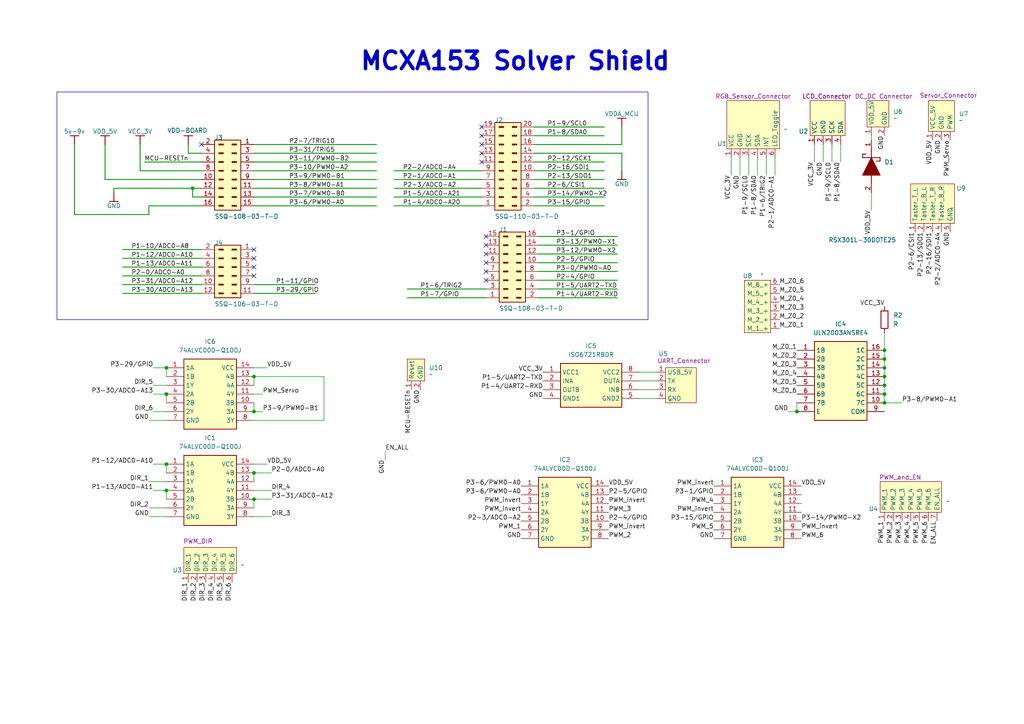
<source format=kicad_sch>
(kicad_sch (version 20231120) (generator "eeschema") (generator_version "8.0")
  (paper "A4")
  (lib_symbols
    (symbol "Device:R" (pin_numbers hide) (pin_names (offset 0))
      (property "Reference" "R" (at 2.032 0 90))
      (property "Value" "R" (at 0 0 90))
      (symbol "R_0_1"
        (rectangle (start -1.016 -2.54) (end 1.016 2.54) (stroke (width 0.254)))
      )
      (symbol "R_1_1"
        (pin passive line (at 0 3.81 270) (length 1.27) (name "~") (number "1"))
        (pin passive line (at 0 -3.81 90) (length 1.27) (name "~") (number "2"))
      )
    )
    (symbol "FRDM-MCXA153__Shield_Template-altium-import:5v-9v" (power)
      (property "Reference" "#PWR" (at 0 0 0))
      (property "Value" "5v-9v" (at 0 3.81 0))
      (symbol "5v-9v_0_0"
        (polyline (pts (xy -1.27 -2.54) (xy 1.27 -2.54)) (stroke (width 0.254)))
        (polyline (pts (xy 0 0) (xy 0 -2.54)) (stroke (width 0.254)))
        (pin power_in line (at 0 0 0) (length 0) hide (name "5v-9v") (number ""))
      )
    )
    (symbol "FRDM-MCXA153__Shield_Template-altium-import:GND" (power)
      (property "Reference" "#PWR" (at 0 0 0))
      (property "Value" "GND" (at 0 3.81 0))
      (symbol "GND_0_0"
        (polyline (pts (xy -1.27 -2.54) (xy 1.27 -2.54)) (stroke (width 0.254)))
        (polyline (pts (xy 0 0) (xy 0 -2.54)) (stroke (width 0.254)))
        (pin power_in line (at 0 0 0) (length 0) hide (name "GND") (number ""))
      )
    )
    (symbol "FRDM-MCXA153__Shield_Template-altium-import:LDO-3V3" (power)
      (property "Reference" "#PWR" (at 0 0 0))
      (property "Value" "LDO-3V3" (at 0 3.81 0))
      (symbol "LDO-3V3_0_0"
        (polyline (pts (xy -1.27 -2.54) (xy 1.27 -2.54)) (stroke (width 0.254)))
        (polyline (pts (xy 0 0) (xy 0 -2.54)) (stroke (width 0.254)))
        (pin power_in line (at 0 0 0) (length 0) hide (name "LDO-3V3") (number ""))
      )
    )
    (symbol "FRDM-MCXA153__Shield_Template-altium-import:SYS-5V" (power)
      (property "Reference" "#PWR" (at 0 0 0))
      (property "Value" "SYS-5V" (at 0 3.81 0))
      (symbol "SYS-5V_0_0"
        (polyline (pts (xy -1.27 -2.54) (xy 1.27 -2.54)) (stroke (width 0.254)))
        (polyline (pts (xy 0 0) (xy 0 -2.54)) (stroke (width 0.254)))
        (pin power_in line (at 0 0 0) (length 0) hide (name "SYS-5V") (number ""))
      )
    )
    (symbol "FRDM-MCXA153__Shield_Template-altium-import:VDD-BOARD" (power)
      (property "Reference" "#PWR" (at 0 0 0))
      (property "Value" "VDD-BOARD" (at 0 3.81 0))
      (symbol "VDD-BOARD_0_0"
        (polyline (pts (xy -1.27 -2.54) (xy 1.27 -2.54)) (stroke (width 0.254)))
        (polyline (pts (xy 0 0) (xy 0 -2.54)) (stroke (width 0.254)))
        (pin power_in line (at 0 0 0) (length 0) hide (name "VDD-BOARD") (number ""))
      )
    )
    (symbol "FRDM-MCXA153__Shield_Template-altium-import:VDDA_MCU" (power)
      (property "Reference" "#PWR" (at 0 0 0))
      (property "Value" "VDDA_MCU" (at 0 3.81 0))
      (symbol "VDDA_MCU_0_0"
        (polyline (pts (xy -1.27 -2.54) (xy 1.27 -2.54)) (stroke (width 0.254)))
        (polyline (pts (xy 0 0) (xy 0 -2.54)) (stroke (width 0.254)))
        (pin power_in line (at 0 0 0) (length 0) hide (name "VDDA_MCU") (number ""))
      )
    )
    (symbol "FRDM-MCXA153__Shield_Template-altium-import:root_0_mirrored_SSQ-106-03-T-D"
      (symbol "root_0_mirrored_SSQ-106-03-T-D_1_0"
        (rectangle (start -1.27 -7.493) (end -2.54 -7.747) (stroke (width 0.254)))
        (rectangle (start -1.27 -4.953) (end -2.54 -5.207) (stroke (width 0.254)))
        (rectangle (start -1.27 -2.413) (end -2.54 -2.667) (stroke (width 0.254)))
        (rectangle (start -1.27 0.127) (end -2.54 -0.127) (stroke (width 0.254)))
        (rectangle (start -1.27 2.667) (end -2.54 2.413) (stroke (width 0.254)))
        (rectangle (start -1.27 5.207) (end -2.54 4.953) (stroke (width 0.254)))
        (rectangle (start 2.54 -7.493) (end 1.27 -7.747) (stroke (width 0.254)))
        (rectangle (start 2.54 -4.953) (end 1.27 -5.207) (stroke (width 0.254)))
        (rectangle (start 2.54 -2.413) (end 1.27 -2.667) (stroke (width 0.254)))
        (rectangle (start 2.54 0.127) (end 1.27 -0.127) (stroke (width 0.254)))
        (rectangle (start 2.54 2.667) (end 1.27 2.413) (stroke (width 0.254)))
        (rectangle (start 2.54 5.207) (end 1.27 4.953) (stroke (width 0.254)))
        (rectangle (start 3.81 6.35) (end -3.81 -8.89) (stroke (width 0.254)) (fill (type background)))
        (pin passive line (at 7.62 5.08 180) (length 3.81) (name "Pin_1") (number "1"))
        (pin passive line (at -7.62 -5.08 0) (length 3.81) (name "Pin_10") (number "10"))
        (pin passive line (at 7.62 -7.62 180) (length 3.81) (name "Pin_11") (number "11"))
        (pin passive line (at -7.62 -7.62 0) (length 3.81) (name "Pin_12") (number "12"))
        (pin passive line (at -7.62 5.08 0) (length 3.81) (name "Pin_2") (number "2"))
        (pin passive line (at 7.62 2.54 180) (length 3.81) (name "Pin_3") (number "3"))
        (pin passive line (at -7.62 2.54 0) (length 3.81) (name "Pin_4") (number "4"))
        (pin passive line (at 7.62 0 180) (length 3.81) (name "Pin_5") (number "5"))
        (pin passive line (at -7.62 0 0) (length 3.81) (name "Pin_6") (number "6"))
        (pin passive line (at 7.62 -2.54 180) (length 3.81) (name "Pin_7") (number "7"))
        (pin passive line (at -7.62 -2.54 0) (length 3.81) (name "Pin_8") (number "8"))
        (pin passive line (at 7.62 -5.08 180) (length 3.81) (name "Pin_9") (number "9"))
      )
    )
    (symbol "FRDM-MCXA153__Shield_Template-altium-import:root_0_mirrored_SSQ-108-03-T-D"
      (symbol "root_0_mirrored_SSQ-108-03-T-D_1_0"
        (rectangle (start -1.27 -10.033) (end -2.54 -10.287) (stroke (width 0.254)))
        (rectangle (start -1.27 -7.493) (end -2.54 -7.747) (stroke (width 0.254)))
        (rectangle (start -1.27 -4.953) (end -2.54 -5.207) (stroke (width 0.254)))
        (rectangle (start -1.27 -2.413) (end -2.54 -2.667) (stroke (width 0.254)))
        (rectangle (start -1.27 0.127) (end -2.54 -0.127) (stroke (width 0.254)))
        (rectangle (start -1.27 2.667) (end -2.54 2.413) (stroke (width 0.254)))
        (rectangle (start -1.27 5.207) (end -2.54 4.953) (stroke (width 0.254)))
        (rectangle (start -1.27 7.747) (end -2.54 7.493) (stroke (width 0.254)))
        (rectangle (start 2.54 -10.033) (end 1.27 -10.287) (stroke (width 0.254)))
        (rectangle (start 2.54 -7.493) (end 1.27 -7.747) (stroke (width 0.254)))
        (rectangle (start 2.54 -4.953) (end 1.27 -5.207) (stroke (width 0.254)))
        (rectangle (start 2.54 -2.413) (end 1.27 -2.667) (stroke (width 0.254)))
        (rectangle (start 2.54 0.127) (end 1.27 -0.127) (stroke (width 0.254)))
        (rectangle (start 2.54 2.667) (end 1.27 2.413) (stroke (width 0.254)))
        (rectangle (start 2.54 5.207) (end 1.27 4.953) (stroke (width 0.254)))
        (rectangle (start 2.54 7.747) (end 1.27 7.493) (stroke (width 0.254)))
        (rectangle (start 3.81 8.89) (end -3.81 -11.43) (stroke (width 0.254)) (fill (type background)))
        (pin passive line (at 7.62 7.62 180) (length 3.81) (name "Pin_1") (number "1"))
        (pin passive line (at -7.62 -2.54 0) (length 3.81) (name "Pin_10") (number "10"))
        (pin passive line (at 7.62 -5.08 180) (length 3.81) (name "Pin_11") (number "11"))
        (pin passive line (at -7.62 -5.08 0) (length 3.81) (name "Pin_12") (number "12"))
        (pin passive line (at 7.62 -7.62 180) (length 3.81) (name "Pin_13") (number "13"))
        (pin passive line (at -7.62 -7.62 0) (length 3.81) (name "Pin_14") (number "14"))
        (pin passive line (at 7.62 -10.16 180) (length 3.81) (name "Pin_15") (number "15"))
        (pin passive line (at -7.62 -10.16 0) (length 3.81) (name "Pin_16") (number "16"))
        (pin passive line (at -7.62 7.62 0) (length 3.81) (name "Pin_2") (number "2"))
        (pin passive line (at 7.62 5.08 180) (length 3.81) (name "Pin_3") (number "3"))
        (pin passive line (at -7.62 5.08 0) (length 3.81) (name "Pin_4") (number "4"))
        (pin passive line (at 7.62 2.54 180) (length 3.81) (name "Pin_5") (number "5"))
        (pin passive line (at -7.62 2.54 0) (length 3.81) (name "Pin_6") (number "6"))
        (pin passive line (at 7.62 0 180) (length 3.81) (name "Pin_7") (number "7"))
        (pin passive line (at -7.62 0 0) (length 3.81) (name "Pin_8") (number "8"))
        (pin passive line (at 7.62 -2.54 180) (length 3.81) (name "Pin_9") (number "9"))
      )
    )
    (symbol "FRDM-MCXA153__Shield_Template-altium-import:root_2_mirrored_SSQ-108-03-T-D"
      (symbol "root_2_mirrored_SSQ-108-03-T-D_1_0"
        (rectangle (start -1.27 -7.493) (end -2.54 -7.747) (stroke (width 0.254)))
        (rectangle (start -1.27 -4.953) (end -2.54 -5.207) (stroke (width 0.254)))
        (rectangle (start -1.27 -2.413) (end -2.54 -2.667) (stroke (width 0.254)))
        (rectangle (start -1.27 0.127) (end -2.54 -0.127) (stroke (width 0.254)))
        (rectangle (start -1.27 2.667) (end -2.54 2.413) (stroke (width 0.254)))
        (rectangle (start -1.27 5.207) (end -2.54 4.953) (stroke (width 0.254)))
        (rectangle (start -1.27 7.747) (end -2.54 7.493) (stroke (width 0.254)))
        (rectangle (start -1.27 10.287) (end -2.54 10.033) (stroke (width 0.254)))
        (rectangle (start 2.54 -7.493) (end 1.27 -7.747) (stroke (width 0.254)))
        (rectangle (start 2.54 -4.953) (end 1.27 -5.207) (stroke (width 0.254)))
        (rectangle (start 2.54 -2.413) (end 1.27 -2.667) (stroke (width 0.254)))
        (rectangle (start 2.54 0.127) (end 1.27 -0.127) (stroke (width 0.254)))
        (rectangle (start 2.54 2.667) (end 1.27 2.413) (stroke (width 0.254)))
        (rectangle (start 2.54 5.207) (end 1.27 4.953) (stroke (width 0.254)))
        (rectangle (start 2.54 7.747) (end 1.27 7.493) (stroke (width 0.254)))
        (rectangle (start 2.54 10.287) (end 1.27 10.033) (stroke (width 0.254)))
        (rectangle (start 3.81 11.43) (end -3.81 -8.89) (stroke (width 0.254)) (fill (type background)))
        (pin passive line (at -7.62 -7.62 0) (length 3.81) (name "Pin_1") (number "1"))
        (pin passive line (at 7.62 2.54 180) (length 3.81) (name "Pin_10") (number "10"))
        (pin passive line (at -7.62 5.08 0) (length 3.81) (name "Pin_11") (number "11"))
        (pin passive line (at 7.62 5.08 180) (length 3.81) (name "Pin_12") (number "12"))
        (pin passive line (at -7.62 7.62 0) (length 3.81) (name "Pin_13") (number "13"))
        (pin passive line (at 7.62 7.62 180) (length 3.81) (name "Pin_14") (number "14"))
        (pin passive line (at -7.62 10.16 0) (length 3.81) (name "Pin_15") (number "15"))
        (pin passive line (at 7.62 10.16 180) (length 3.81) (name "Pin_16") (number "16"))
        (pin passive line (at 7.62 -7.62 180) (length 3.81) (name "Pin_2") (number "2"))
        (pin passive line (at -7.62 -5.08 0) (length 3.81) (name "Pin_3") (number "3"))
        (pin passive line (at 7.62 -5.08 180) (length 3.81) (name "Pin_4") (number "4"))
        (pin passive line (at -7.62 -2.54 0) (length 3.81) (name "Pin_5") (number "5"))
        (pin passive line (at 7.62 -2.54 180) (length 3.81) (name "Pin_6") (number "6"))
        (pin passive line (at -7.62 0 0) (length 3.81) (name "Pin_7") (number "7"))
        (pin passive line (at 7.62 0 180) (length 3.81) (name "Pin_8") (number "8"))
        (pin passive line (at -7.62 2.54 0) (length 3.81) (name "Pin_9") (number "9"))
      )
    )
    (symbol "FRDM-MCXA153__Shield_Template-altium-import:root_2_mirrored_SSQ-110-03-T-D"
      (symbol "root_2_mirrored_SSQ-110-03-T-D_1_0"
        (rectangle (start -1.27 -10.033) (end -2.54 -10.287) (stroke (width 0.254)))
        (rectangle (start -1.27 -7.493) (end -2.54 -7.747) (stroke (width 0.254)))
        (rectangle (start -1.27 -4.953) (end -2.54 -5.207) (stroke (width 0.254)))
        (rectangle (start -1.27 -2.413) (end -2.54 -2.667) (stroke (width 0.254)))
        (rectangle (start -1.27 0.127) (end -2.54 -0.127) (stroke (width 0.254)))
        (rectangle (start -1.27 2.667) (end -2.54 2.413) (stroke (width 0.254)))
        (rectangle (start -1.27 5.207) (end -2.54 4.953) (stroke (width 0.254)))
        (rectangle (start -1.27 7.747) (end -2.54 7.493) (stroke (width 0.254)))
        (rectangle (start -1.27 10.287) (end -2.54 10.033) (stroke (width 0.254)))
        (rectangle (start -1.27 12.827) (end -2.54 12.573) (stroke (width 0.254)))
        (rectangle (start 2.54 -10.033) (end 1.27 -10.287) (stroke (width 0.254)))
        (rectangle (start 2.54 -7.493) (end 1.27 -7.747) (stroke (width 0.254)))
        (rectangle (start 2.54 -4.953) (end 1.27 -5.207) (stroke (width 0.254)))
        (rectangle (start 2.54 -2.413) (end 1.27 -2.667) (stroke (width 0.254)))
        (rectangle (start 2.54 0.127) (end 1.27 -0.127) (stroke (width 0.254)))
        (rectangle (start 2.54 2.667) (end 1.27 2.413) (stroke (width 0.254)))
        (rectangle (start 2.54 5.207) (end 1.27 4.953) (stroke (width 0.254)))
        (rectangle (start 2.54 7.747) (end 1.27 7.493) (stroke (width 0.254)))
        (rectangle (start 2.54 10.287) (end 1.27 10.033) (stroke (width 0.254)))
        (rectangle (start 2.54 12.827) (end 1.27 12.573) (stroke (width 0.254)))
        (rectangle (start 3.81 13.97) (end -3.81 -11.43) (stroke (width 0.254)) (fill (type background)))
        (pin passive line (at -7.62 -10.16 0) (length 3.81) (name "Pin_1") (number "1"))
        (pin passive line (at 7.62 0 180) (length 3.81) (name "Pin_10") (number "10"))
        (pin passive line (at -7.62 2.54 0) (length 3.81) (name "Pin_11") (number "11"))
        (pin passive line (at 7.62 2.54 180) (length 3.81) (name "Pin_12") (number "12"))
        (pin passive line (at -7.62 5.08 0) (length 3.81) (name "Pin_13") (number "13"))
        (pin passive line (at 7.62 5.08 180) (length 3.81) (name "Pin_14") (number "14"))
        (pin passive line (at -7.62 7.62 0) (length 3.81) (name "Pin_15") (number "15"))
        (pin passive line (at 7.62 7.62 180) (length 3.81) (name "Pin_16") (number "16"))
        (pin passive line (at -7.62 10.16 0) (length 3.81) (name "Pin_17") (number "17"))
        (pin passive line (at 7.62 10.16 180) (length 3.81) (name "Pin_18") (number "18"))
        (pin passive line (at -7.62 12.7 0) (length 3.81) (name "Pin_19") (number "19"))
        (pin passive line (at 7.62 -10.16 180) (length 3.81) (name "Pin_2") (number "2"))
        (pin passive line (at 7.62 12.7 180) (length 3.81) (name "Pin_20") (number "20"))
        (pin passive line (at -7.62 -7.62 0) (length 3.81) (name "Pin_3") (number "3"))
        (pin passive line (at 7.62 -7.62 180) (length 3.81) (name "Pin_4") (number "4"))
        (pin passive line (at -7.62 -5.08 0) (length 3.81) (name "Pin_5") (number "5"))
        (pin passive line (at 7.62 -5.08 180) (length 3.81) (name "Pin_6") (number "6"))
        (pin passive line (at -7.62 -2.54 0) (length 3.81) (name "Pin_7") (number "7"))
        (pin passive line (at 7.62 -2.54 180) (length 3.81) (name "Pin_8") (number "8"))
        (pin passive line (at -7.62 0 0) (length 3.81) (name "Pin_9") (number "9"))
      )
    )
    (symbol "Solver_Symbol_Lib:74ALVC00D-Q100J"
      (property "Reference" "IC" (at 21.59 7.62 0))
      (property "Value" "74ALVC00D-Q100J" (at 21.59 5.08 0))
      (symbol "74ALVC00D-Q100J_1_1"
        (rectangle (start 5.08 2.54) (end 20.32 -17.78) (stroke (width 0.254)) (fill (type background)))
        (pin passive line (at 0 0 0) (length 5.08) (name "1A") (number "1"))
        (pin passive line (at 25.4 -10.16 180) (length 5.08) (name "3B") (number "10"))
        (pin passive line (at 25.4 -7.62 180) (length 5.08) (name "4Y") (number "11"))
        (pin passive line (at 25.4 -5.08 180) (length 5.08) (name "4A") (number "12"))
        (pin passive line (at 25.4 -2.54 180) (length 5.08) (name "4B") (number "13"))
        (pin passive line (at 25.4 0 180) (length 5.08) (name "VCC") (number "14"))
        (pin passive line (at 0 -2.54 0) (length 5.08) (name "1B") (number "2"))
        (pin passive line (at 0 -5.08 0) (length 5.08) (name "1Y") (number "3"))
        (pin passive line (at 0 -7.62 0) (length 5.08) (name "2A") (number "4"))
        (pin passive line (at 0 -10.16 0) (length 5.08) (name "2B") (number "5"))
        (pin passive line (at 0 -12.7 0) (length 5.08) (name "2Y") (number "6"))
        (pin passive line (at 0 -15.24 0) (length 5.08) (name "GND") (number "7"))
        (pin passive line (at 25.4 -15.24 180) (length 5.08) (name "3Y") (number "8"))
        (pin passive line (at 25.4 -12.7 180) (length 5.08) (name "3A") (number "9"))
      )
    )
    (symbol "Solver_Symbol_Lib:ISO6721RBDR"
      (property "Reference" "IC" (at 24.13 7.62 0))
      (property "Value" "ISO6721RBDR" (at 24.13 5.08 0))
      (symbol "ISO6721RBDR_1_1"
        (rectangle (start 5.08 2.54) (end 22.86 -10.16) (stroke (width 0.254)) (fill (type background)))
        (pin passive line (at 0 0 0) (length 5.08) (name "VCC1") (number "1"))
        (pin passive line (at 0 -2.54 0) (length 5.08) (name "INA") (number "2"))
        (pin passive line (at 0 -5.08 0) (length 5.08) (name "OUTB") (number "3"))
        (pin passive line (at 0 -7.62 0) (length 5.08) (name "GND1") (number "4"))
        (pin passive line (at 27.94 -7.62 180) (length 5.08) (name "GND2") (number "5"))
        (pin passive line (at 27.94 -5.08 180) (length 5.08) (name "INB") (number "6"))
        (pin passive line (at 27.94 -2.54 180) (length 5.08) (name "OUTA") (number "7"))
        (pin passive line (at 27.94 0 180) (length 5.08) (name "VCC2") (number "8"))
      )
    )
    (symbol "Solver_Symbol_Lib:LCD_Connector"
      (property "Reference" "U" (at 0.762 11.43 0))
      (property "Description" "LCD_Connector" (at 0 0 0))
      (symbol "LCD_Connector_1_1"
        (rectangle (start 0 10.16) (end 10.16 0) (fill (type background)))
        (pin input line (at 1.27 -2.54 90) (length 2.54) (name "VCC") (number "1"))
        (pin input line (at 3.81 -2.54 90) (length 2.54) (name "GND") (number "2"))
        (pin input line (at 6.35 -2.54 90) (length 2.54) (name "SCK") (number "3"))
        (pin input line (at 8.89 -2.54 90) (length 2.54) (name "SDA") (number "4"))
      )
    )
    (symbol "Solver_Symbol_Lib:PWM_Connector"
      (property "Reference" "U" (at -3.81 3.048 0))
      (symbol "PWM_Connector_1_1"
        (rectangle (start 0 8.89) (end 17.78 0) (fill (type background)))
        (pin input line (at 1.27 -2.54 90) (length 2.54) (name "PWM_1") (number "1"))
        (pin input line (at 3.81 -2.54 90) (length 2.54) (name "PWM_2") (number "2"))
        (pin input line (at 6.35 -2.54 90) (length 2.54) (name "PWM_3") (number "3"))
        (pin input line (at 8.89 -2.54 90) (length 2.54) (name "PWM_4") (number "4"))
        (pin input line (at 11.43 -2.54 90) (length 2.54) (name "PWM_5") (number "5"))
        (pin input line (at 13.97 -2.54 90) (length 2.54) (name "PWM_6") (number "6"))
        (pin input line (at 16.51 -2.54 90) (length 2.54) (name "EN_ALL") (number "7"))
      )
    )
    (symbol "Solver_Symbol_Lib:PWM_DIR"
      (property "Reference" "U" (at -0.762 6.858 0))
      (symbol "PWM_DIR_1_1"
        (rectangle (start 0 7.62) (end 15.24 0) (fill (type background)))
        (pin input line (at 1.27 -2.54 90) (length 2.54) (name "DIR_1") (number "1"))
        (pin input line (at 3.81 -2.54 90) (length 2.54) (name "DIR_2") (number "2"))
        (pin input line (at 6.35 -2.54 90) (length 2.54) (name "DIR_3") (number "3"))
        (pin input line (at 8.89 -2.54 90) (length 2.54) (name "DIR_4") (number "4"))
        (pin input line (at 11.43 -2.54 90) (length 2.54) (name "DIR_5") (number "5"))
        (pin input line (at 13.97 -2.54 90) (length 2.54) (name "DIR_6") (number "6"))
      )
    )
    (symbol "Solver_Symbol_Lib:Peset_Connector"
      (property "Reference" "U" (at -2.54 2.794 0))
      (symbol "Peset_Connector_1_1"
        (rectangle (start 0 6.35) (end 5.08 0) (fill (type background)))
        (pin input line (at 1.27 -2.54 90) (length 2.54) (name "Reset") (number "1"))
        (pin input line (at 3.81 -2.54 90) (length 2.54) (name "GND") (number "2"))
      )
    )
    (symbol "Solver_Symbol_Lib:RGB_Sensor_Connector"
      (property "Reference" "U" (at 0.762 15.24 0))
      (property "Description" "RGB_Sensor_Connector" (at 0 0 0))
      (symbol "RGB_Sensor_Connector_1_1"
        (rectangle (start 0 13.97) (end 15.24 0) (fill (type background)))
        (pin input line (at 1.27 -2.54 90) (length 2.54) (name "VCC") (number "1"))
        (pin input line (at 3.81 -2.54 90) (length 2.54) (name "GND") (number "2"))
        (pin input line (at 6.35 -2.54 90) (length 2.54) (name "SCK") (number "3"))
        (pin input line (at 8.89 -2.54 90) (length 2.54) (name "SDA") (number "4"))
        (pin input line (at 11.43 -2.54 90) (length 2.54) (name "INT") (number "5"))
        (pin input line (at 13.97 -2.54 90) (length 2.54) (name "LED_Toggle") (number "6"))
      )
    )
    (symbol "Solver_Symbol_Lib:RSX301L-30DDTE25" (pin_names hide)
      (property "Reference" "D" (at 12.7 8.89 0))
      (property "Value" "RSX301L-30DDTE25" (at 12.7 6.35 0))
      (symbol "RSX301L-30DDTE25_1_1"
        (polyline (pts (xy 5.08 0) (xy 7.62 0)) (stroke (width 0.254)))
        (polyline (pts (xy 6.604 -1.524) (xy 6.604 -2.54)) (stroke (width 0.254)))
        (polyline (pts (xy 7.62 -2.54) (xy 6.604 -2.54)) (stroke (width 0.254)))
        (polyline (pts (xy 7.62 2.54) (xy 7.62 -2.54)) (stroke (width 0.254)))
        (polyline (pts (xy 7.62 2.54) (xy 8.636 2.54)) (stroke (width 0.254)))
        (polyline (pts (xy 8.636 1.524) (xy 8.636 2.54)) (stroke (width 0.254)))
        (polyline (pts (xy 12.7 0) (xy 15.24 0)) (stroke (width 0.254)))
        (polyline (pts (xy 7.62 0) (xy 12.7 2.54) (xy 12.7 -2.54) (xy 7.62 0)) (stroke (width 0.254)) (fill (type outline)))
        (pin passive line (at 2.54 0 0) (length 2.54) (name "K") (number "1"))
        (pin passive line (at 17.78 0 180) (length 2.54) (name "A") (number "2"))
      )
    )
    (symbol "Solver_Symbol_Lib:Servo_Connector"
      (property "Reference" "U" (at -1.778 1.524 0))
      (symbol "Servo_Connector_1_1"
        (rectangle (start 0 8.89) (end 7.62 0) (fill (type background)))
        (pin input line (at 1.27 -2.54 90) (length 2.54) (name "VCC_5V") (number "1"))
        (pin input line (at 3.81 -2.54 90) (length 2.54) (name "GND") (number "2"))
        (pin input line (at 6.35 -2.54 90) (length 2.54) (name "PWM") (number "3"))
      )
    )
    (symbol "Solver_Symbol_Lib:Taster_Connector"
      (property "Reference" "U" (at -2.794 3.048 0))
      (symbol "Taster_Connector_1_1"
        (rectangle (start 0 11.43) (end 12.7 0) (fill (type background)))
        (pin input line (at 1.27 -2.54 90) (length 2.54) (name "Taster_T_L") (number "1"))
        (pin input line (at 3.81 -2.54 90) (length 2.54) (name "Taster_B_L") (number "2"))
        (pin input line (at 6.35 -2.54 90) (length 2.54) (name "Taster_T_R") (number "3"))
        (pin input line (at 8.89 -2.54 90) (length 2.54) (name "Taster_B_R") (number "4"))
        (pin input line (at 11.43 -2.54 90) (length 2.54) (name "GND") (number "5"))
      )
    )
    (symbol "Solver_Symbol_Lib:UART_Connector"
      (property "Reference" "U" (at -2.286 1.016 0))
      (symbol "UART_Connector_1_1"
        (rectangle (start 0 8.89) (end 10.16 0) (fill (type background)))
        (pin input line (at 1.27 -2.54 90) (length 2.54) (name "USB_5V") (number "1"))
        (pin input line (at 3.81 -2.54 90) (length 2.54) (name "TX") (number "2"))
        (pin input line (at 6.35 -2.54 90) (length 2.54) (name "RX") (number "3"))
        (pin input line (at 8.89 -2.54 90) (length 2.54) (name "GND") (number "4"))
      )
    )
    (symbol "Solver_Symbol_Lib:ULN2003ANSRE4"
      (property "Reference" "IC" (at 21.59 7.62 0))
      (property "Value" "ULN2003ANSRE4" (at 21.59 5.08 0))
      (symbol "ULN2003ANSRE4_1_1"
        (rectangle (start 5.08 2.54) (end 20.32 -20.32) (stroke (width 0.254)) (fill (type background)))
        (pin passive line (at 0 0 0) (length 5.08) (name "1B") (number "1"))
        (pin passive line (at 25.4 -15.24 180) (length 5.08) (name "7C") (number "10"))
        (pin passive line (at 25.4 -12.7 180) (length 5.08) (name "6C") (number "11"))
        (pin passive line (at 25.4 -10.16 180) (length 5.08) (name "5C") (number "12"))
        (pin passive line (at 25.4 -7.62 180) (length 5.08) (name "4C") (number "13"))
        (pin passive line (at 25.4 -5.08 180) (length 5.08) (name "3C") (number "14"))
        (pin passive line (at 25.4 -2.54 180) (length 5.08) (name "2C") (number "15"))
        (pin passive line (at 25.4 0 180) (length 5.08) (name "1C") (number "16"))
        (pin passive line (at 0 -2.54 0) (length 5.08) (name "2B") (number "2"))
        (pin passive line (at 0 -5.08 0) (length 5.08) (name "3B") (number "3"))
        (pin passive line (at 0 -7.62 0) (length 5.08) (name "4B") (number "4"))
        (pin passive line (at 0 -10.16 0) (length 5.08) (name "5B") (number "5"))
        (pin passive line (at 0 -12.7 0) (length 5.08) (name "6B") (number "6"))
        (pin passive line (at 0 -15.24 0) (length 5.08) (name "7B") (number "7"))
        (pin passive line (at 0 -17.78 0) (length 5.08) (name "E") (number "8"))
        (pin passive line (at 25.4 -17.78 180) (length 5.08) (name "COM") (number "9"))
      )
    )
    (symbol "Solver_Symbol_Lib:VDD_5V"
      (property "Reference" "U" (at -1.524 1.016 0))
      (symbol "VDD_5V_1_1"
        (rectangle (start 0 7.62) (end 6.35 0) (fill (type background)))
        (pin input line (at 1.27 -2.54 90) (length 2.54) (name "VDD_5V") (number "1"))
        (pin input line (at 5.08 -2.54 90) (length 2.54) (name "GND") (number "2"))
      )
    )
    (symbol "Solver_Symbol_Lib:Z0_+"
      (property "Reference" "U" (at -2.032 3.048 0))
      (symbol "Z0_+_1_1"
        (rectangle (start 0 7.62) (end 15.24 0) (fill (type background)))
        (pin input line (at 1.27 -2.54 90) (length 2.54) (name "M_1_+") (number "1"))
        (pin input line (at 3.81 -2.54 90) (length 2.54) (name "M_2_+") (number "2"))
        (pin input line (at 6.35 -2.54 90) (length 2.54) (name "M_3_+") (number "3"))
        (pin input line (at 8.89 -2.54 90) (length 2.54) (name "M_4_+") (number "4"))
        (pin input line (at 11.43 -2.54 90) (length 2.54) (name "M_5_+") (number "5"))
        (pin input line (at 13.97 -2.54 90) (length 2.54) (name "M_6_+") (number "6"))
      )
    )
  )
  (junction (at 231.14 119.38))
  (junction (at 48.26 106.68))
  (junction (at 256.54 111.76))
  (junction (at 55.88 54.61))
  (junction (at 73.66 137.16))
  (junction (at 48.26 114.3))
  (junction (at 73.66 144.78))
  (junction (at 48.26 142.24))
  (junction (at 256.54 114.3))
  (junction (at 256.54 104.14))
  (junction (at 256.54 101.6))
  (junction (at 73.66 119.38))
  (junction (at 73.66 109.22))
  (junction (at 256.54 106.68))
  (junction (at 256.54 116.84))
  (junction (at 256.54 109.22))
  (junction (at 48.26 134.62))
  (no_connect (at 140.97 73.66))
  (no_connect (at 140.97 78.74))
  (no_connect (at 140.97 68.58))
  (no_connect (at 139.7 41.91))
  (no_connect (at 139.7 36.83))
  (no_connect (at 73.66 72.39))
  (no_connect (at 73.66 80.01))
  (no_connect (at 140.97 71.12))
  (no_connect (at 139.7 46.99))
  (no_connect (at 139.7 39.37))
  (no_connect (at 140.97 76.2))
  (no_connect (at 73.66 74.93))
  (no_connect (at 58.42 41.91))
  (no_connect (at 140.97 81.28))
  (no_connect (at 73.66 77.47))
  (no_connect (at 139.7 44.45))
  (wire (pts (xy 185.42 110.49) (xy 190.5 110.49)))
  (wire (pts (xy 73.66 149.86) (xy 78.74 149.86)))
  (wire (pts (xy 154.94 49.53) (xy 175.26 49.53)) (stroke (width 0.254)))
  (wire (pts (xy 217.17 45.72) (xy 217.17 50.8)))
  (wire (pts (xy 156.21 81.28) (xy 179.07 81.28)) (stroke (width 0.254)))
  (wire (pts (xy 256.54 109.22) (xy 256.54 111.76)))
  (wire (pts (xy 252.73 40.64) (xy 252.73 39.37)))
  (wire (pts (xy 139.7 59.69) (xy 114.3 59.69)) (stroke (width 0.254)))
  (wire (pts (xy 43.18 121.92) (xy 48.26 121.92)))
  (wire (pts (xy 224.79 45.72) (xy 224.79 50.8)))
  (wire (pts (xy 30.48 52.07) (xy 30.48 41.91)) (stroke (width 0.254)))
  (wire (pts (xy 73.66 41.91) (xy 109.22 41.91)) (stroke (width 0.254)))
  (wire (pts (xy 252.73 55.88) (xy 252.73 60.96)))
  (wire (pts (xy 256.54 101.6) (xy 256.54 104.14)))
  (wire (pts (xy 58.42 85.09) (xy 35.56 85.09)) (stroke (width 0.254)))
  (wire (pts (xy 73.66 82.55) (xy 91.44 82.55)) (stroke (width 0.254)))
  (wire (pts (xy 58.42 52.07) (xy 30.48 52.07)) (stroke (width 0.254)))
  (wire (pts (xy 43.18 59.69) (xy 43.18 62.23)) (stroke (width 0.254)))
  (wire (pts (xy 154.94 46.99) (xy 175.26 46.99)) (stroke (width 0.254)))
  (wire (pts (xy 154.94 44.45) (xy 180.34 44.45)) (stroke (width 0.254)))
  (wire (pts (xy 256.54 111.76) (xy 256.54 114.3)))
  (wire (pts (xy 48.26 106.68) (xy 48.26 109.22)))
  (wire (pts (xy 73.66 52.07) (xy 109.22 52.07)) (stroke (width 0.254)))
  (wire (pts (xy 48.26 142.24) (xy 48.26 144.78)))
  (wire (pts (xy 154.94 36.83) (xy 175.26 36.83)) (stroke (width 0.254)))
  (wire (pts (xy 73.66 142.24) (xy 78.74 142.24)))
  (wire (pts (xy 73.66 137.16) (xy 73.66 139.7)))
  (wire (pts (xy 156.21 73.66) (xy 179.07 73.66)) (stroke (width 0.254)))
  (wire (pts (xy 154.94 52.07) (xy 175.26 52.07)) (stroke (width 0.254)))
  (wire (pts (xy 58.42 74.93) (xy 35.56 74.93)) (stroke (width 0.254)))
  (wire (pts (xy 73.66 109.22) (xy 73.66 111.76)))
  (wire (pts (xy 44.45 134.62) (xy 48.26 134.62)))
  (wire (pts (xy 73.66 144.78) (xy 73.66 147.32)))
  (wire (pts (xy 93.98 121.92) (xy 93.98 109.22)))
  (wire (pts (xy 231.14 116.84) (xy 231.14 119.38)))
  (wire (pts (xy 73.66 134.62) (xy 77.47 134.62)))
  (wire (pts (xy 58.42 57.15) (xy 55.88 57.15)) (stroke (width 0.254)))
  (wire (pts (xy 44.45 111.76) (xy 48.26 111.76)))
  (wire (pts (xy 58.42 44.45) (xy 54.61 44.45)) (stroke (width 0.254)))
  (wire (pts (xy 156.21 83.82) (xy 179.07 83.82)) (stroke (width 0.254)))
  (wire (pts (xy 156.21 78.74) (xy 179.07 78.74)) (stroke (width 0.254)))
  (wire (pts (xy 185.42 115.57) (xy 190.5 115.57)))
  (wire (pts (xy 214.63 45.72) (xy 214.63 50.8)))
  (polyline (pts (xy 261.62 274.32) (xy 375.92 274.32)) (stroke (width 0.254) (type solid) (color 0 0 0 1)))
  (wire (pts (xy 54.61 44.45) (xy 54.61 41.91)) (stroke (width 0.254)))
  (wire (pts (xy 44.45 106.68) (xy 48.26 106.68)))
  (wire (pts (xy 73.66 44.45) (xy 109.22 44.45)) (stroke (width 0.254)))
  (wire (pts (xy 55.88 54.61) (xy 58.42 54.61)) (stroke (width 0.254)))
  (wire (pts (xy 43.18 62.23) (xy 21.59 62.23)) (stroke (width 0.254)))
  (wire (pts (xy 73.66 59.69) (xy 109.22 59.69)) (stroke (width 0.254)))
  (wire (pts (xy 73.66 137.16) (xy 78.74 137.16)))
  (wire (pts (xy 58.42 80.01) (xy 35.56 80.01)) (stroke (width 0.254)))
  (wire (pts (xy 58.42 59.69) (xy 43.18 59.69)) (stroke (width 0.254)))
  (wire (pts (xy 73.66 49.53) (xy 109.22 49.53)) (stroke (width 0.254)))
  (wire (pts (xy 154.94 41.91) (xy 180.34 41.91)) (stroke (width 0.254)))
  (wire (pts (xy 256.54 96.52) (xy 256.54 101.6)))
  (wire (pts (xy 236.22 41.91) (xy 236.22 46.99)))
  (wire (pts (xy 241.3 41.91) (xy 241.3 46.99)))
  (wire (pts (xy 43.18 149.86) (xy 48.26 149.86)))
  (wire (pts (xy 73.66 119.38) (xy 76.2 119.38)))
  (wire (pts (xy 156.21 71.12) (xy 179.07 71.12)) (stroke (width 0.254)))
  (wire (pts (xy 156.21 76.2) (xy 179.07 76.2)) (stroke (width 0.254)))
  (wire (pts (xy 73.66 121.92) (xy 93.98 121.92)))
  (wire (pts (xy 73.66 114.3) (xy 76.2 114.3)))
  (wire (pts (xy 238.76 41.91) (xy 238.76 46.99)))
  (wire (pts (xy 139.7 52.07) (xy 114.3 52.07)) (stroke (width 0.254)))
  (wire (pts (xy 154.94 54.61) (xy 175.26 54.61)) (stroke (width 0.254)))
  (wire (pts (xy 156.21 68.58) (xy 179.07 68.58)) (stroke (width 0.254)))
  (wire (pts (xy 139.7 49.53) (xy 114.3 49.53)) (stroke (width 0.254)))
  (wire (pts (xy 33.02 55.88) (xy 33.02 54.61)) (stroke (width 0.254)))
  (wire (pts (xy 139.7 54.61) (xy 114.3 54.61)) (stroke (width 0.254)))
  (wire (pts (xy 140.97 86.36) (xy 118.11 86.36)) (stroke (width 0.254)))
  (wire (pts (xy 256.54 104.14) (xy 256.54 106.68)))
  (wire (pts (xy 243.84 41.91) (xy 243.84 46.99)))
  (wire (pts (xy 222.25 45.72) (xy 222.25 50.8)))
  (wire (pts (xy 73.66 144.78) (xy 78.74 144.78)))
  (wire (pts (xy 185.42 107.95) (xy 190.5 107.95)))
  (wire (pts (xy 228.6 119.38) (xy 231.14 119.38)))
  (wire (pts (xy 40.64 49.53) (xy 40.64 41.91)) (stroke (width 0.254)))
  (wire (pts (xy 256.54 106.68) (xy 256.54 109.22)))
  (wire (pts (xy 58.42 72.39) (xy 35.56 72.39)) (stroke (width 0.254)))
  (wire (pts (xy 256.54 114.3) (xy 256.54 116.84)))
  (wire (pts (xy 48.26 114.3) (xy 48.26 116.84)))
  (wire (pts (xy 73.66 57.15) (xy 109.22 57.15)) (stroke (width 0.254)))
  (wire (pts (xy 212.09 45.72) (xy 212.09 50.8)))
  (wire (pts (xy 73.66 85.09) (xy 91.44 85.09)) (stroke (width 0.254)))
  (wire (pts (xy 44.45 142.24) (xy 48.26 142.24)))
  (wire (pts (xy 180.34 44.45) (xy 180.34 49.53)) (stroke (width 0.254)))
  (wire (pts (xy 180.34 41.91) (xy 180.34 36.83)) (stroke (width 0.254)))
  (wire (pts (xy 43.18 139.7) (xy 48.26 139.7)))
  (wire (pts (xy 185.42 113.03) (xy 190.5 113.03)))
  (wire (pts (xy 55.88 57.15) (xy 55.88 54.61)) (stroke (width 0.254)))
  (wire (pts (xy 58.42 49.53) (xy 40.64 49.53)) (stroke (width 0.254)))
  (wire (pts (xy 58.42 77.47) (xy 35.56 77.47)) (stroke (width 0.254)))
  (wire (pts (xy 154.94 57.15) (xy 175.26 57.15)) (stroke (width 0.254)))
  (wire (pts (xy 48.26 134.62) (xy 48.26 137.16)))
  (wire (pts (xy 154.94 39.37) (xy 175.26 39.37)) (stroke (width 0.254)))
  (wire (pts (xy 73.66 106.68) (xy 77.47 106.68)))
  (wire (pts (xy 156.21 86.36) (xy 179.07 86.36)) (stroke (width 0.254)))
  (wire (pts (xy 73.66 46.99) (xy 109.22 46.99)) (stroke (width 0.254)))
  (wire (pts (xy 21.59 62.23) (xy 21.59 41.91)) (stroke (width 0.254)))
  (wire (pts (xy 33.02 54.61) (xy 55.88 54.61)) (stroke (width 0.254)))
  (wire (pts (xy 219.71 45.72) (xy 219.71 50.8)))
  (wire (pts (xy 44.45 119.38) (xy 48.26 119.38)))
  (wire (pts (xy 44.45 114.3) (xy 48.26 114.3)))
  (wire (pts (xy 139.7 57.15) (xy 114.3 57.15)) (stroke (width 0.254)))
  (wire (pts (xy 73.66 54.61) (xy 109.22 54.61)) (stroke (width 0.254)))
  (wire (pts (xy 93.98 109.22) (xy 73.66 109.22)))
  (wire (pts (xy 43.18 147.32) (xy 48.26 147.32)))
  (wire (pts (xy 154.94 59.69) (xy 175.26 59.69)) (stroke (width 0.254)))
  (wire (pts (xy 41.91 46.99) (xy 58.42 46.99)) (stroke (width 0.254)))
  (wire (pts (xy 140.97 83.82) (xy 118.11 83.82)) (stroke (width 0.254)))
  (wire (pts (xy 111.76 130.81) (xy 111.76 133.35)))
  (wire (pts (xy 73.66 116.84) (xy 73.66 119.38)))
  (wire (pts (xy 256.54 116.84) (xy 261.62 116.84)))
  (wire (pts (xy 58.42 82.55) (xy 35.56 82.55)) (stroke (width 0.254)))
  (rectangle (start 16.51 26.67) (end 187.96 92.71))
  (text "MCXA153 Solver Shield" (at 104.14 20.828 0) (effects (font (size 5.08 5.08) (bold yes)) (justify left bottom)))
  (label "P2-6/CSI1" (at 265.43 67.31 270))
  (label "P2-7/TRIG10" (at 83.82 41.91 0))
  (label "GND" (at 238.76 46.99 270))
  (label "P2-3/ADC0-A2" (at 116.84 54.61 0))
  (label "GND" (at 151.13 156.21 180))
  (label "P3-29/GPIO" (at 80.01 85.09 0))
  (label "P2-0/ADC0-A0" (at 38.1 80.01 0))
  (label "P2-1/ADC0-A1" (at 116.84 52.07 0))
  (label "GND" (at 214.63 50.8 270))
  (label "P1-4/UART2-RXD" (at 161.29 86.36 0))
  (label "P3-30/ADC0-A13" (at 44.45 114.3 180))
  (label "P3-0/PWM0-A0" (at 161.29 78.74 0))
  (label "PWM_6" (at 232.41 156.21 0))
  (label "M_Z0_4" (at 231.14 109.22 180))
  (label "M_Z0_3" (at 226.06 90.17 0))
  (label "P2-3/ADC0-A2" (at 151.13 151.13 180))
  (label "M_Z0_6" (at 231.14 114.3 180))
  (label "P2-2/ADC0-A4" (at 116.84 49.53 0))
  (label "GND" (at 275.59 67.31 270))
  (label "EN_ALL" (at 111.76 130.81 0))
  (label "P2-13/SDO1" (at 158.75 52.07 0))
  (label "M_Z0_1" (at 231.14 101.6 180))
  (label "P1-10/ADC0-A8" (at 38.1 72.39 0))
  (label "DIR_3" (at 59.69 168.91 270))
  (label "GND" (at 121.92 113.03 270))
  (label "PWM_2" (at 259.08 151.13 270))
  (label "DIR_6" (at 67.31 168.91 270))
  (label "M_Z0_2" (at 226.06 92.71 0))
  (label "P1-8/SDA0" (at 219.71 50.8 270))
  (label "P1-5/UART2-TXD" (at 161.29 83.82 0))
  (label "VCC_3V" (at 236.22 46.99 270))
  (label "P3-30/ADC0-A13" (at 38.1 85.09 0))
  (label "P3-31/ADC0-A12" (at 38.1 82.55 0))
  (label "P3-1/GPIO" (at 161.29 68.58 0))
  (label "P3-9/PWM0-B1" (at 83.82 52.07 0))
  (label "MCU-RESETn" (at 119.38 113.03 270))
  (label "P3-31/ADC0-A12" (at 78.74 144.78 0))
  (label "VDD_5V" (at 232.41 140.97 0))
  (label "DIR_4" (at 78.74 142.24 0))
  (label "PWM_Servo" (at 76.2 114.3 0))
  (label "P2-1/ADC0-A1" (at 224.79 50.8 270))
  (label "P3-13/PWM0-X1" (at 161.29 71.12 0))
  (label "P3-15/GPIO" (at 207.01 151.13 180))
  (label "PWM_invert" (at 207.01 148.59 180))
  (label "GND" (at 256.54 39.37 270))
  (label "PWM_4" (at 264.16 151.13 270))
  (label "P2-16/SDI1" (at 158.75 49.53 0))
  (label "P1-9/SCL0" (at 241.3 46.99 270))
  (label "PWM_invert" (at 151.13 146.05 180))
  (label "P1-6/TRIG2" (at 121.92 83.82 0))
  (label "VDD_5V" (at 270.51 40.64 270))
  (label "DIR_6" (at 44.45 119.38 180))
  (label "P1-12/ADC0-A10" (at 38.1 74.93 0))
  (label "P1-13/ADC0-A11" (at 44.45 142.24 180))
  (label "P2-2/ADC0-A4" (at 273.05 67.31 270))
  (label "P2-4/GPIO" (at 176.53 151.13 0))
  (label "PWM_5" (at 207.01 153.67 180))
  (label "M_Z0_5" (at 226.06 85.09 0))
  (label "M_Z0_4" (at 226.06 87.63 0))
  (label "GND" (at 228.6 119.38 180))
  (label "DIR_4" (at 62.23 168.91 270))
  (label "VCC_3V" (at 256.54 88.9 180))
  (label "P3-10/PWM0-A2" (at 83.82 49.53 0))
  (label "P1-9/SCL0" (at 158.75 36.83 0))
  (label "PWM_invert" (at 207.01 140.97 180))
  (label "P3-6/PWM0-A0" (at 83.82 59.69 0))
  (label "GND" (at 43.18 149.86 180))
  (label "P2-5/GPIO" (at 176.53 143.51 0))
  (label "PWM_invert" (at 176.53 146.05 0))
  (label "PWM_Servo" (at 275.59 40.64 270))
  (label "VCC_3V" (at 157.48 107.95 180))
  (label "DIR_3" (at 78.74 149.86 0))
  (label "GND" (at 157.48 115.57 180))
  (label "GND" (at 207.01 156.21 180))
  (label "P2-13/SDO1" (at 267.97 67.31 270))
  (label "P1-4/UART2-RXD" (at 157.48 113.03 180))
  (label "DIR_1" (at 54.61 168.91 270))
  (label "MCU-RESETn" (at 41.91 46.99 0))
  (label "P2-5/GPIO" (at 161.29 76.2 0))
  (label "P1-8/SDA0" (at 158.75 39.37 0))
  (label "PWM_1" (at 151.13 153.67 180))
  (label "P2-16/SDI1" (at 270.51 67.31 270))
  (label "DIR_5" (at 44.45 111.76 180))
  (label "VDD_5V" (at 77.47 106.68 0))
  (label "PWM_invert" (at 176.53 153.67 0))
  (label "P1-4/ADC0-A20" (at 116.84 59.69 0))
  (label "P1-9/SCL0" (at 217.17 50.8 270))
  (label "M_Z0_3" (at 231.14 106.68 180))
  (label "P1-6/TRIG2" (at 222.25 50.8 270))
  (label "DIR_2" (at 43.18 147.32 180))
  (label "DIR_5" (at 64.77 168.91 270))
  (label "M_Z0_6" (at 226.06 82.55 0))
  (label "PWM_1" (at 256.54 151.13 270))
  (label "DIR_1" (at 43.18 139.7 180))
  (label "P2-12/SCK1" (at 158.75 46.99 0))
  (label "VDD_5V" (at 176.53 140.97 0))
  (label "DIR_2" (at 57.15 168.91 270))
  (label "P1-12/ADC0-A10" (at 44.45 134.62 180))
  (label "P3-6/PWM0-A0" (at 151.13 143.51 180))
  (label "P3-7/PWM0-B0" (at 83.82 57.15 0))
  (label "M_Z0_5" (at 231.14 111.76 180))
  (label "PWM_4" (at 207.01 146.05 180))
  (label "P3-15/GPIO" (at 158.75 59.69 0))
  (label "P3-6/PWM0-A0" (at 151.13 140.97 180))
  (label "P1-11/GPIO" (at 80.01 82.55 0))
  (label "GND" (at 43.18 121.92 180))
  (label "P2-4/GPIO" (at 161.29 81.28 0))
  (label "VDD_5V" (at 252.73 60.96 270))
  (label "PWM_invert" (at 232.41 153.67 0))
  (label "P1-13/ADC0-A11" (at 38.1 77.47 0))
  (label "GND" (at 111.76 133.35 270))
  (label "PWM_5" (at 266.7 151.13 270))
  (label "P3-14/PWM0-X2" (at 158.75 57.15 0))
  (label "GND" (at 273.05 40.64 270))
  (label "P3-1/GPIO" (at 207.01 143.51 180))
  (label "P1-7/GPIO" (at 121.92 86.36 0))
  (label "EN_ALL" (at 271.78 151.13 270))
  (label "PWM_3" (at 176.53 148.59 0))
  (label "VCC_3V" (at 212.09 50.8 270))
  (label "P1-5/ADC0-A21" (at 116.84 57.15 0))
  (label "P1-8/SDA0" (at 243.84 46.99 270))
  (label "VDD_5V" (at 77.47 134.62 0))
  (label "P2-0/ADC0-A0" (at 78.74 137.16 0))
  (label "P3-8/PWM0-A1" (at 261.62 116.84 0))
  (label "PWM_3" (at 261.62 151.13 270))
  (label "M_Z0_1" (at 226.06 95.25 0))
  (label "P1-5/UART2-TXD" (at 157.48 110.49 180))
  (label "P3-12/PWM0-X2" (at 161.29 73.66 0))
  (label "P3-9/PWM0-B1" (at 76.2 119.38 0))
  (label "PWM_invert" (at 151.13 148.59 180))
  (label "P3-31/TRIG5" (at 83.82 44.45 0))
  (label "PWM_2" (at 176.53 156.21 0))
  (label "P3-11/PWM0-B2" (at 83.82 46.99 0))
  (label "P3-8/PWM0-A1" (at 83.82 54.61 0))
  (label "P3-14/PWM0-X2" (at 232.41 151.13 0))
  (label "P3-29/GPIO" (at 44.45 106.68 180))
  (label "M_Z0_2" (at 231.14 104.14 180))
  (label "PWM_6" (at 269.24 151.13 270))
  (label "P2-6/CSI1" (at 158.75 54.61 0))
  (symbol (lib_id "Solver_Symbol_Lib:Taster_Connector") (at 264.16 64.77 0) (unit 1)
    (property "Reference" "U9" (at 277.368 54.61 0) (effects (justify left)))
    (property "Value" "~" (at 275.59 60.325 0) (effects (justify left)))
    (property "Footprint" "Solver_Footprint_Lib:Taster" (effects (hide yes)))
  )
  (symbol (lib_id "FRDM-MCXA153__Shield_Template-altium-import:SYS-5V") (at 30.48 41.91 180) (unit 1)
    (property "Reference" "#VDD_5V0101" (effects (hide yes)))
    (property "Value" "VDD_5V" (at 30.48 38.1 0))
    (property "Description" "Power symbol creates a global label with name 'SYS-5V'" (effects (hide yes)))
  )
  (symbol (lib_id "Solver_Symbol_Lib:PWM_DIR") (at 53.34 166.37 0) (unit 1)
    (property "Reference" "U3" (at 50.038 165.354 0) (effects (justify left)))
    (property "Value" "~" (at 69.85 163.83 0) (effects (justify left)))
    (property "Footprint" "Solver_Footprint_Lib:PWM_DIR" (effects (hide yes)))
    (property "Description" "PWM_DIR" (at 57.404 156.972 0))
  )
  (symbol (lib_id "Solver_Symbol_Lib:RSX301L-30DDTE25") (at 252.73 38.1 270) (unit 1)
    (property "Reference" "D1" (at 256.54 46.9899 90) (effects (justify left)))
    (property "Value" "RSX301L-30DDTE25" (at 240.284 69.596 90) (effects (justify left)))
    (property "Footprint" "DIOM5026X220N" (effects (hide yes)))
    (property "Description" "Category Discrete Semiconductor Products Diodes Rectifiers Single Diodes Mfr Rohm Semiconductor Series - Packaging Tape & Reel (TR) Cut Tape (CT) Digi-Reel Part Status Not For New Designs Technology Schottky Voltage - DC Reverse (Vr) (Max) 30 V Current - Average Rectified (Io) 3A Voltage - Forward (Vf) (Max) @ If 420 mV @ 3 A Speed Fast Recovery =< 500ns, > 200mA (Io) Current - Reverse Leakage @ Vr 200 A @ 30 V Capacitance @ Vr, F - Mounting Type Surface Mount Package / Case" (effects (hide yes)))
    (property "Height" "2.2" (effects (hide yes)))
    (property "Mouser Part Number" "755-RSX301L-30DDTE25" (effects (hide yes)))
    (property "Mouser Price/Stock" "https://www.mouser.co.uk/ProductDetail/ROHM-Semiconductor/RSX301L-30DDTE25?qs=YCa%2FAAYMW01WyKek9N1fLg%3D%3D" (effects (hide yes)))
    (property "Manufacturer_Name" "ROHM Semiconductor" (effects (hide yes)))
    (property "Manufacturer_Part_Number" "RSX301L-30DDTE25" (effects (hide yes)))
  )
  (symbol (lib_id "Solver_Symbol_Lib:Z0_+") (at 223.52 96.52 90) (unit 1)
    (property "Reference" "U8" (at 218.186 80.01 90) (effects (justify left)))
    (property "Value" "~" (at 220.98 80.01 0) (effects (justify left)))
    (property "Footprint" "Solver_Footprint_Lib:Z0" (effects (hide yes)))
  )
  (symbol (lib_id "FRDM-MCXA153__Shield_Template-altium-import:root_0_mirrored_SSQ-106-03-T-D") (at 66.04 77.47 0) (unit 1)
    (property "Reference" "J4" (at 62.23 71.12 0) (effects (justify left bottom)))
    (property "Value" "${ALTIUM_VALUE}" (at 62.23 88.9 0) (effects (justify left bottom)))
    (property "Footprint" "Solver_Footprint_Lib:SSQ-106-03-T-D" (effects (hide yes)))
    (property "NAME" "Connector_Generic_Conn_02x06_Odd_Even" (effects (hide yes)))
    (property "SYMBOL" "Connector_Generic_Conn_02x06_Odd_Even" (effects (hide yes)))
    (property "DEVICE" "Connector_Generic_Conn_02x06_Odd_Even" (effects (hide yes)))
    (property "ALTIUM_VALUE" "SSQ-106-03-T-D" (effects (hide yes)))
    (property "SUPPLIER" "Digikey" (effects (hide yes)))
    (property "SUPPLIER P/N" "SAM1204-06-ND" (effects (hide yes)))
    (property "MANUFACTURER" "Samtec Inc." (effects (hide yes)))
    (property "MANUFACTURER PART NUMBER" "SSQ-106-03-T-D" (effects (hide yes)))
    (property "ADD INTO BOM" "yes" (effects (hide yes)))
    (property "CONVERT TO PCB" "yes" (effects (hide yes)))
    (property "ORIGIN FOOTPRINT" "SSQ-106-03-T-D" (effects (hide yes)))
  )
  (symbol (lib_id "Device:R") (at 256.54 92.71 180) (unit 1)
    (property "Reference" "R2" (at 259.08 91.4399 0) (effects (justify right)))
    (property "Value" "R" (at 259.08 93.9799 0) (effects (justify right)))
    (property "Footprint" "Resistor_SMD:R_0603_1608Metric_Pad0.98x0.95mm_HandSolder" (effects (hide yes)))
    (property "Description" "Resistor" (effects (hide yes)))
  )
  (symbol (lib_id "FRDM-MCXA153__Shield_Template-altium-import:root_0_mirrored_SSQ-108-03-T-D") (at 66.04 49.53 0) (unit 1)
    (property "Reference" "J3" (at 62.23 40.64 0) (effects (justify left bottom)))
    (property "Value" "${ALTIUM_VALUE}" (at 62.23 63.5 0) (effects (justify left bottom)))
    (property "Footprint" "Solver_Footprint_Lib:SSQ-108-03-T-D" (effects (hide yes)))
    (property "NAME" "Connector_Generic_Conn_02x08_Odd_Even" (effects (hide yes)))
    (property "SYMBOL" "Connector_Generic_Conn_02x08_Odd_Even" (effects (hide yes)))
    (property "DEVICE" "Connector_Generic_Conn_02x08_Odd_Even" (effects (hide yes)))
    (property "ALTIUM_VALUE" "SSQ-108-03-T-D" (effects (hide yes)))
    (property "SUPPLIER" "Digikey" (effects (hide yes)))
    (property "SUPPLIER P/N" "SAM10741-ND" (effects (hide yes)))
    (property "MANUFACTURER" "Samtec Inc." (effects (hide yes)))
    (property "MANUFACTURER PART NUMBER" "SSQ-108-03-T-D" (effects (hide yes)))
    (property "ADD INTO BOM" "yes" (effects (hide yes)))
    (property "CONVERT TO PCB" "yes" (effects (hide yes)))
    (property "ORIGIN FOOTPRINT" "SSQ-108-03-T-D" (effects (hide yes)))
  )
  (symbol (lib_id "FRDM-MCXA153__Shield_Template-altium-import:VDDA_MCU") (at 180.34 36.83 180) (unit 1)
    (property "Reference" "#PWR0101" (effects (hide yes)))
    (property "Value" "VDDA_MCU" (at 180.34 33.02 0))
    (property "Description" "Power symbol creates a global label with name 'VDDA_MCU'" (effects (hide yes)))
  )
  (symbol (lib_id "Solver_Symbol_Lib:ISO6721RBDR") (at 157.48 107.95 0) (unit 1)
    (property "Reference" "IC5" (at 171.45 100.33 0))
    (property "Value" "ISO6721RBDR" (at 171.45 102.87 0))
    (property "Footprint" "SOIC127P600X175-8N" (effects (hide yes)))
    (property "Datasheet" "https://www.arrow.com/en/products/iso6721rbdr/texas-instruments?region=nac" (effects (hide yes)))
    (property "Description" "Digital Isolators General-purpose, dual-channel, 1/1 reverse pinout digital isolator" (effects (hide yes)))
    (property "Height" "1.75" (effects (hide yes)))
    (property "Mouser Part Number" "595-ISO6721RBDR" (effects (hide yes)))
    (property "Mouser Price/Stock" "https://www.mouser.co.uk/ProductDetail/Texas-Instruments/ISO6721RBDR?qs=A6eO%252BMLsxmRU1voAonO3xg%3D%3D" (effects (hide yes)))
    (property "Manufacturer_Name" "Texas Instruments" (effects (hide yes)))
    (property "Manufacturer_Part_Number" "ISO6721RBDR" (effects (hide yes)))
  )
  (symbol (lib_id "Solver_Symbol_Lib:RGB_Sensor_Connector") (at 210.82 43.18 0) (unit 1)
    (property "Reference" "U1" (at 208.026 41.656 0) (effects (justify left)))
    (property "Value" "~" (at 227.33 37.465 0) (effects (justify left)))
    (property "Footprint" "Solver_Footprint_Lib:Pinheader_Sensor" (effects (hide yes)))
    (property "Description" "RGB_Sensor_Connector" (at 218.44 27.94 0))
  )
  (symbol (lib_id "FRDM-MCXA153__Shield_Template-altium-import:LDO-3V3") (at 40.64 41.91 180) (unit 1)
    (property "Reference" "#VCC_3V0101" (effects (hide yes)))
    (property "Value" "VCC_3V" (at 40.64 38.1 0))
    (property "Description" "Power symbol creates a global label with name 'LDO-3V3'" (effects (hide yes)))
  )
  (symbol (lib_id "Solver_Symbol_Lib:74ALVC00D-Q100J") (at 151.13 140.97 0) (unit 1)
    (property "Reference" "IC2" (at 163.83 133.35 0))
    (property "Value" "74ALVC00D-Q100J" (at 163.83 135.89 0))
    (property "Footprint" "SOIC127P600X175-14N" (effects (hide yes)))
    (property "Datasheet" "https://componentsearchengine.com/Datasheets/1/74ALVC00D-Q100J.pdf" (effects (hide yes)))
    (property "Description" "74ALVC00-Q100 - Quad 2-input NAND gate@en-us" (effects (hide yes)))
    (property "Height" "1.75" (effects (hide yes)))
    (property "Mouser Part Number" "771-74ALVC00DQ100J" (effects (hide yes)))
    (property "Mouser Price/Stock" "https://www.mouser.com/Search/Refine.aspx?Keyword=771-74ALVC00DQ100J" (effects (hide yes)))
    (property "Manufacturer_Name" "Nexperia" (effects (hide yes)))
    (property "Manufacturer_Part_Number" "74ALVC00D-Q100J" (effects (hide yes)))
  )
  (symbol (lib_id "Solver_Symbol_Lib:74ALVC00D-Q100J") (at 48.26 106.68 0) (unit 1)
    (property "Reference" "IC6" (at 60.96 99.06 0))
    (property "Value" "74ALVC00D-Q100J" (at 60.96 101.6 0))
    (property "Footprint" "SOIC127P600X175-14N" (effects (hide yes)))
    (property "Datasheet" "https://componentsearchengine.com/Datasheets/1/74ALVC00D-Q100J.pdf" (effects (hide yes)))
    (property "Description" "74ALVC00-Q100 - Quad 2-input NAND gate@en-us" (effects (hide yes)))
    (property "Height" "1.75" (effects (hide yes)))
    (property "Mouser Part Number" "771-74ALVC00DQ100J" (effects (hide yes)))
    (property "Mouser Price/Stock" "https://www.mouser.com/Search/Refine.aspx?Keyword=771-74ALVC00DQ100J" (effects (hide yes)))
    (property "Manufacturer_Name" "Nexperia" (effects (hide yes)))
    (property "Manufacturer_Part_Number" "74ALVC00D-Q100J" (effects (hide yes)))
  )
  (symbol (lib_id "Solver_Symbol_Lib:74ALVC00D-Q100J") (at 207.01 140.97 0) (unit 1)
    (property "Reference" "IC3" (at 219.71 133.35 0))
    (property "Value" "74ALVC00D-Q100J" (at 219.71 135.89 0))
    (property "Footprint" "SOIC127P600X175-14N" (effects (hide yes)))
    (property "Datasheet" "https://componentsearchengine.com/Datasheets/1/74ALVC00D-Q100J.pdf" (effects (hide yes)))
    (property "Description" "74ALVC00-Q100 - Quad 2-input NAND gate@en-us" (effects (hide yes)))
    (property "Height" "1.75" (effects (hide yes)))
    (property "Mouser Part Number" "771-74ALVC00DQ100J" (effects (hide yes)))
    (property "Mouser Price/Stock" "https://www.mouser.com/Search/Refine.aspx?Keyword=771-74ALVC00DQ100J" (effects (hide yes)))
    (property "Manufacturer_Name" "Nexperia" (effects (hide yes)))
    (property "Manufacturer_Part_Number" "74ALVC00D-Q100J" (effects (hide yes)))
  )
  (symbol (lib_id "Solver_Symbol_Lib:Peset_Connector") (at 118.11 110.49 0) (unit 1)
    (property "Reference" "U10" (at 124.46 106.6799 0) (effects (justify left)))
    (property "Value" "~" (at 124.46 108.585 0) (effects (justify left)))
    (property "Footprint" "Solver_Footprint_Lib:Reset_Connector" (effects (hide yes)))
  )
  (symbol (lib_id "Solver_Symbol_Lib:UART_Connector") (at 193.04 106.68 270) (unit 1)
    (property "Reference" "U5" (at 191.008 102.616 90) (effects (justify left)))
    (property "Value" "~" (at 194.31 115.57 0) (effects (justify left)))
    (property "Footprint" "Solver_Footprint_Lib:UART" (effects (hide yes)))
    (property "Description" "UART_Connector" (at 198.374 104.648 90))
  )
  (symbol (lib_id "Solver_Symbol_Lib:VDD_5V") (at 251.46 36.83 0) (unit 1)
    (property "Reference" "U6" (at 259.08 32.3849 0) (effects (justify left)))
    (property "Value" "~" (at 259.08 34.29 0) (effects (justify left)))
    (property "Footprint" "Solver_Footprint_Lib:VDD_5V" (effects (hide yes)))
    (property "Description" "DC_DC Connector" (at 256.286 27.94 0))
  )
  (symbol (lib_id "FRDM-MCXA153__Shield_Template-altium-import:5v-9v") (at 21.59 41.91 180) (unit 1)
    (property "Reference" "#PWR0103" (effects (hide yes)))
    (property "Value" "5v-9v" (at 21.59 38.1 0))
    (property "Description" "Power symbol creates a global label with name '5v-9v'" (effects (hide yes)))
  )
  (symbol (lib_id "Solver_Symbol_Lib:LCD_Connector") (at 234.95 39.37 0) (unit 1)
    (property "Reference" "U2" (at 231.648 38.1 0) (effects (justify left)))
    (property "Footprint" "Solver_Footprint_Lib:Pinheader_LCD" (effects (hide yes)))
    (property "Description" "LCD_Connector" (at 239.776 27.94 0))
  )
  (symbol (lib_id "Solver_Symbol_Lib:74ALVC00D-Q100J") (at 48.26 134.62 0) (unit 1)
    (property "Reference" "IC1" (at 60.96 127 0))
    (property "Value" "74ALVC00D-Q100J" (at 60.96 129.54 0))
    (property "Footprint" "SOIC127P600X175-14N" (effects (hide yes)))
    (property "Datasheet" "https://componentsearchengine.com/Datasheets/1/74ALVC00D-Q100J.pdf" (effects (hide yes)))
    (property "Description" "74ALVC00-Q100 - Quad 2-input NAND gate@en-us" (effects (hide yes)))
    (property "Height" "1.75" (effects (hide yes)))
    (property "Mouser Part Number" "771-74ALVC00DQ100J" (effects (hide yes)))
    (property "Mouser Price/Stock" "https://www.mouser.com/Search/Refine.aspx?Keyword=771-74ALVC00DQ100J" (effects (hide yes)))
    (property "Manufacturer_Name" "Nexperia" (effects (hide yes)))
    (property "Manufacturer_Part_Number" "74ALVC00D-Q100J" (effects (hide yes)))
  )
  (symbol (lib_id "FRDM-MCXA153__Shield_Template-altium-import:root_2_mirrored_SSQ-108-03-T-D") (at 148.59 78.74 0) (unit 1)
    (property "Reference" "J1" (at 144.78 67.31 0) (effects (justify left bottom)))
    (property "Value" "${ALTIUM_VALUE}" (at 144.78 90.17 0) (effects (justify left bottom)))
    (property "Footprint" "Solver_Footprint_Lib:SSQ-108-03-T-D" (effects (hide yes)))
    (property "NAME" "Connector_Generic_Conn_02x08_Odd_Even" (effects (hide yes)))
    (property "SYMBOL" "Connector_Generic_Conn_02x08_Odd_Even" (effects (hide yes)))
    (property "DEVICE" "Connector_Generic_Conn_02x08_Odd_Even" (effects (hide yes)))
    (property "ALTIUM_VALUE" "SSQ-108-03-T-D" (effects (hide yes)))
    (property "SUPPLIER" "Digikey" (effects (hide yes)))
    (property "SUPPLIER P/N" "SAM10741-ND" (effects (hide yes)))
    (property "MANUFACTURER" "Samtec Inc." (effects (hide yes)))
    (property "MANUFACTURER PART NUMBER" "SSQ-108-03-T-D" (effects (hide yes)))
    (property "ADD INTO BOM" "yes" (effects (hide yes)))
    (property "CONVERT TO PCB" "yes" (effects (hide yes)))
    (property "ORIGIN FOOTPRINT" "SSQ-108-03-T-D" (effects (hide yes)))
  )
  (symbol (lib_id "Solver_Symbol_Lib:ULN2003ANSRE4") (at 231.14 101.6 0) (unit 1)
    (property "Reference" "IC4" (at 243.84 93.98 0))
    (property "Value" "ULN2003ANSRE4" (at 243.84 96.52 0))
    (property "Footprint" "SOIC127P780X200-16N" (effects (hide yes)))
    (property "Datasheet" "https://www.ti.com/general/docs/suppproductinfo.tsp?distId=10&gotoUrl=http%3A%2F%2Fwww.ti.com%2Flit%2Fgpn%2Fuln2003a" (effects (hide yes)))
    (property "Description" "Darlington Transistors Hi-Vltg Hi-Crnt Darl Transistor Arrays" (effects (hide yes)))
    (property "Height" "2" (effects (hide yes)))
    (property "Mouser Part Number" "595-ULN2003ANSRE4" (effects (hide yes)))
    (property "Mouser Price/Stock" "https://www.mouser.co.uk/ProductDetail/Texas-Instruments/ULN2003ANSRE4?qs=pbofycSusePHCuukT3LysA%3D%3D" (effects (hide yes)))
    (property "Manufacturer_Name" "Texas Instruments" (effects (hide yes)))
    (property "Manufacturer_Part_Number" "ULN2003ANSRE4" (effects (hide yes)))
  )
  (symbol (lib_id "FRDM-MCXA153__Shield_Template-altium-import:VDD-BOARD") (at 54.61 41.91 180) (unit 1)
    (property "Reference" "#PWR0104" (effects (hide yes)))
    (property "Value" "VDD-BOARD" (at 54.356 37.846 0))
    (property "Description" "Power symbol creates a global label with name 'VDD-BOARD'" (effects (hide yes)))
  )
  (symbol (lib_id "Solver_Symbol_Lib:Servo_Connector") (at 269.24 38.1 0) (unit 1)
    (property "Reference" "U7" (at 278.13 33.0199 0) (effects (justify left)))
    (property "Value" "~" (at 278.13 34.925 0) (effects (justify left)))
    (property "Footprint" "Solver_Footprint_Lib:Servo" (effects (hide yes)))
    (property "Description" "Servor_Connector" (at 275.082 27.686 0))
  )
  (symbol (lib_id "FRDM-MCXA153__Shield_Template-altium-import:GND") (at 33.02 55.88 0) (unit 1)
    (property "Reference" "#PWR0107" (effects (hide yes)))
    (property "Value" "GND" (at 33.02 59.69 0))
    (property "Description" "Power symbol creates a global label with name 'GND'" (effects (hide yes)))
  )
  (symbol (lib_id "FRDM-MCXA153__Shield_Template-altium-import:root_2_mirrored_SSQ-110-03-T-D") (at 147.32 49.53 0) (unit 1)
    (property "Reference" "J2" (at 143.51 35.56 0) (effects (justify left bottom)))
    (property "Value" "${ALTIUM_VALUE}" (at 143.51 63.5 0) (effects (justify left bottom)))
    (property "Footprint" "Solver_Footprint_Lib:SSQ-110-03-T-D" (effects (hide yes)))
    (property "NAME" "Connector_Generic_Conn_02x10_Odd_Even" (effects (hide yes)))
    (property "SYMBOL" "Connector_Generic_Conn_02x10_Odd_Even" (effects (hide yes)))
    (property "DEVICE" "Connector_Generic_Conn_02x10_Odd_Even" (effects (hide yes)))
    (property "ALTIUM_VALUE" "SSQ-110-03-T-D" (effects (hide yes)))
    (property "SUPPLIER" "Digikey" (effects (hide yes)))
    (property "SUPPLIER P/N" "SAM10741-ND" (effects (hide yes)))
    (property "MANUFACTURER" "Samtec Inc." (effects (hide yes)))
    (property "ADD INTO BOM" "yes" (effects (hide yes)))
    (property "CONVERT TO PCB" "yes" (effects (hide yes)))
    (property "ORIGIN FOOTPRINT" "SSQ-110-03-T-D" (effects (hide yes)))
    (property "MANUFACTURER PART NUMBER" "SSQ-110-03-T-D" (effects (hide yes)))
  )
  (symbol (lib_id "Solver_Symbol_Lib:PWM_Connector") (at 255.27 148.59 0) (unit 1)
    (property "Reference" "U4" (at 251.968 147.574 0) (effects (justify left)))
    (property "Value" "~" (at 274.32 145.415 0) (effects (justify left)))
    (property "Footprint" "Solver_Footprint_Lib:Treiber_PWM" (effects (hide yes)))
    (property "Description" "PWM_and_EN" (at 261.112 138.43 0))
  )
  (symbol (lib_id "FRDM-MCXA153__Shield_Template-altium-import:GND") (at 180.34 49.53 0) (unit 1)
    (property "Reference" "#PWR0102" (effects (hide yes)))
    (property "Value" "GND" (at 180.34 53.34 0))
    (property "Description" "Power symbol creates a global label with name 'GND'" (effects (hide yes)))
  )
)
</source>
